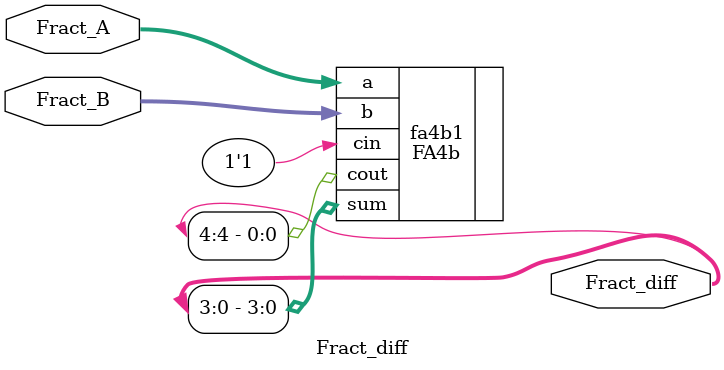
<source format=sv>
module Fract_diff (
	input logic [3:0] Fract_A, Fract_B,
	output logic [4:0] Fract_diff
);

FA4b fa4b1 ( .a(Fract_A), .b(Fract_B), .cin(1'b1), .sum(Fract_diff[3:0]), .cout(Fract_diff[4]));

endmodule
</source>
